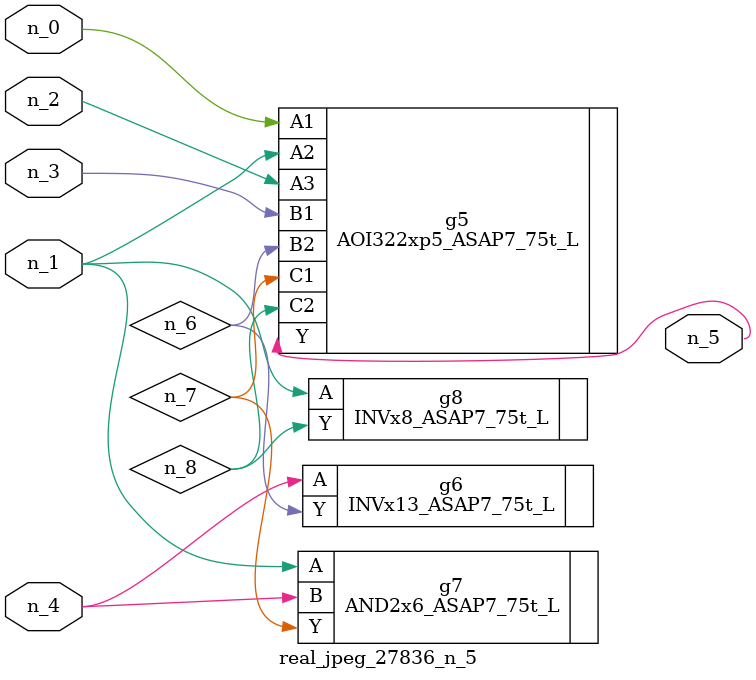
<source format=v>
module real_jpeg_27836_n_5 (n_4, n_0, n_1, n_2, n_3, n_5);

input n_4;
input n_0;
input n_1;
input n_2;
input n_3;

output n_5;

wire n_8;
wire n_6;
wire n_7;

AOI322xp5_ASAP7_75t_L g5 ( 
.A1(n_0),
.A2(n_1),
.A3(n_2),
.B1(n_3),
.B2(n_6),
.C1(n_7),
.C2(n_8),
.Y(n_5)
);

AND2x6_ASAP7_75t_L g7 ( 
.A(n_1),
.B(n_4),
.Y(n_7)
);

INVx8_ASAP7_75t_L g8 ( 
.A(n_1),
.Y(n_8)
);

INVx13_ASAP7_75t_L g6 ( 
.A(n_4),
.Y(n_6)
);


endmodule
</source>
